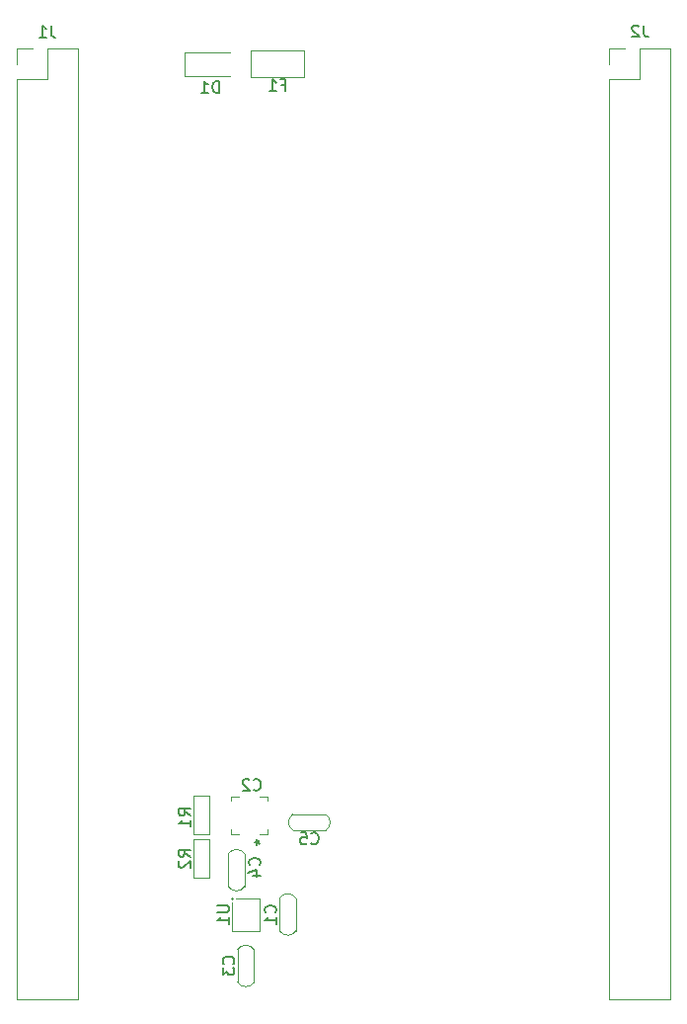
<source format=gbr>
%TF.GenerationSoftware,KiCad,Pcbnew,6.0.5-a6ca702e91~116~ubuntu20.04.1*%
%TF.CreationDate,2022-05-15T13:38:05+02:00*%
%TF.ProjectId,disco-board-pcb,64697363-6f2d-4626-9f61-72642d706362,rev?*%
%TF.SameCoordinates,Original*%
%TF.FileFunction,Legend,Bot*%
%TF.FilePolarity,Positive*%
%FSLAX46Y46*%
G04 Gerber Fmt 4.6, Leading zero omitted, Abs format (unit mm)*
G04 Created by KiCad (PCBNEW 6.0.5-a6ca702e91~116~ubuntu20.04.1) date 2022-05-15 13:38:05*
%MOMM*%
%LPD*%
G01*
G04 APERTURE LIST*
%ADD10C,0.150000*%
%ADD11C,0.120000*%
G04 APERTURE END LIST*
D10*
%TO.C,C2*%
X123066666Y-122707142D02*
X123114285Y-122754761D01*
X123257142Y-122802380D01*
X123352380Y-122802380D01*
X123495238Y-122754761D01*
X123590476Y-122659523D01*
X123638095Y-122564285D01*
X123685714Y-122373809D01*
X123685714Y-122230952D01*
X123638095Y-122040476D01*
X123590476Y-121945238D01*
X123495238Y-121850000D01*
X123352380Y-121802380D01*
X123257142Y-121802380D01*
X123114285Y-121850000D01*
X123066666Y-121897619D01*
X122685714Y-121897619D02*
X122638095Y-121850000D01*
X122542857Y-121802380D01*
X122304761Y-121802380D01*
X122209523Y-121850000D01*
X122161904Y-121897619D01*
X122114285Y-121992857D01*
X122114285Y-122088095D01*
X122161904Y-122230952D01*
X122733333Y-122802380D01*
X122114285Y-122802380D01*
X123152380Y-127200000D02*
X123390476Y-127200000D01*
X123295238Y-126961904D02*
X123390476Y-127200000D01*
X123295238Y-127438095D01*
X123580952Y-127057142D02*
X123390476Y-127200000D01*
X123580952Y-127342857D01*
%TO.C,J1*%
X105713333Y-57242380D02*
X105713333Y-57956666D01*
X105760952Y-58099523D01*
X105856190Y-58194761D01*
X105999047Y-58242380D01*
X106094285Y-58242380D01*
X104713333Y-58242380D02*
X105284761Y-58242380D01*
X104999047Y-58242380D02*
X104999047Y-57242380D01*
X105094285Y-57385238D01*
X105189523Y-57480476D01*
X105284761Y-57528095D01*
%TO.C,F1*%
X125483333Y-62328571D02*
X125816666Y-62328571D01*
X125816666Y-62852380D02*
X125816666Y-61852380D01*
X125340476Y-61852380D01*
X124435714Y-62852380D02*
X125007142Y-62852380D01*
X124721428Y-62852380D02*
X124721428Y-61852380D01*
X124816666Y-61995238D01*
X124911904Y-62090476D01*
X125007142Y-62138095D01*
%TO.C,C3*%
X121327142Y-137633333D02*
X121374761Y-137585714D01*
X121422380Y-137442857D01*
X121422380Y-137347619D01*
X121374761Y-137204761D01*
X121279523Y-137109523D01*
X121184285Y-137061904D01*
X120993809Y-137014285D01*
X120850952Y-137014285D01*
X120660476Y-137061904D01*
X120565238Y-137109523D01*
X120470000Y-137204761D01*
X120422380Y-137347619D01*
X120422380Y-137442857D01*
X120470000Y-137585714D01*
X120517619Y-137633333D01*
X120422380Y-137966666D02*
X120422380Y-138585714D01*
X120803333Y-138252380D01*
X120803333Y-138395238D01*
X120850952Y-138490476D01*
X120898571Y-138538095D01*
X120993809Y-138585714D01*
X121231904Y-138585714D01*
X121327142Y-138538095D01*
X121374761Y-138490476D01*
X121422380Y-138395238D01*
X121422380Y-138109523D01*
X121374761Y-138014285D01*
X121327142Y-137966666D01*
%TO.C,C1*%
X124927142Y-133233333D02*
X124974761Y-133185714D01*
X125022380Y-133042857D01*
X125022380Y-132947619D01*
X124974761Y-132804761D01*
X124879523Y-132709523D01*
X124784285Y-132661904D01*
X124593809Y-132614285D01*
X124450952Y-132614285D01*
X124260476Y-132661904D01*
X124165238Y-132709523D01*
X124070000Y-132804761D01*
X124022380Y-132947619D01*
X124022380Y-133042857D01*
X124070000Y-133185714D01*
X124117619Y-133233333D01*
X125022380Y-134185714D02*
X125022380Y-133614285D01*
X125022380Y-133900000D02*
X124022380Y-133900000D01*
X124165238Y-133804761D01*
X124260476Y-133709523D01*
X124308095Y-133614285D01*
%TO.C,J2*%
X156523333Y-57232380D02*
X156523333Y-57946666D01*
X156570952Y-58089523D01*
X156666190Y-58184761D01*
X156809047Y-58232380D01*
X156904285Y-58232380D01*
X156094761Y-57327619D02*
X156047142Y-57280000D01*
X155951904Y-57232380D01*
X155713809Y-57232380D01*
X155618571Y-57280000D01*
X155570952Y-57327619D01*
X155523333Y-57422857D01*
X155523333Y-57518095D01*
X155570952Y-57660952D01*
X156142380Y-58232380D01*
X155523333Y-58232380D01*
%TO.C,R1*%
X117652380Y-124933333D02*
X117176190Y-124600000D01*
X117652380Y-124361904D02*
X116652380Y-124361904D01*
X116652380Y-124742857D01*
X116700000Y-124838095D01*
X116747619Y-124885714D01*
X116842857Y-124933333D01*
X116985714Y-124933333D01*
X117080952Y-124885714D01*
X117128571Y-124838095D01*
X117176190Y-124742857D01*
X117176190Y-124361904D01*
X117652380Y-125885714D02*
X117652380Y-125314285D01*
X117652380Y-125600000D02*
X116652380Y-125600000D01*
X116795238Y-125504761D01*
X116890476Y-125409523D01*
X116938095Y-125314285D01*
%TO.C,C4*%
X123557142Y-129183333D02*
X123604761Y-129135714D01*
X123652380Y-128992857D01*
X123652380Y-128897619D01*
X123604761Y-128754761D01*
X123509523Y-128659523D01*
X123414285Y-128611904D01*
X123223809Y-128564285D01*
X123080952Y-128564285D01*
X122890476Y-128611904D01*
X122795238Y-128659523D01*
X122700000Y-128754761D01*
X122652380Y-128897619D01*
X122652380Y-128992857D01*
X122700000Y-129135714D01*
X122747619Y-129183333D01*
X122985714Y-130040476D02*
X123652380Y-130040476D01*
X122604761Y-129802380D02*
X123319047Y-129564285D01*
X123319047Y-130183333D01*
%TO.C,U1*%
X119952380Y-132638095D02*
X120761904Y-132638095D01*
X120857142Y-132685714D01*
X120904761Y-132733333D01*
X120952380Y-132828571D01*
X120952380Y-133019047D01*
X120904761Y-133114285D01*
X120857142Y-133161904D01*
X120761904Y-133209523D01*
X119952380Y-133209523D01*
X120952380Y-134209523D02*
X120952380Y-133638095D01*
X120952380Y-133923809D02*
X119952380Y-133923809D01*
X120095238Y-133828571D01*
X120190476Y-133733333D01*
X120238095Y-133638095D01*
%TO.C,C5*%
X128016666Y-127287142D02*
X128064285Y-127334761D01*
X128207142Y-127382380D01*
X128302380Y-127382380D01*
X128445238Y-127334761D01*
X128540476Y-127239523D01*
X128588095Y-127144285D01*
X128635714Y-126953809D01*
X128635714Y-126810952D01*
X128588095Y-126620476D01*
X128540476Y-126525238D01*
X128445238Y-126430000D01*
X128302380Y-126382380D01*
X128207142Y-126382380D01*
X128064285Y-126430000D01*
X128016666Y-126477619D01*
X127111904Y-126382380D02*
X127588095Y-126382380D01*
X127635714Y-126858571D01*
X127588095Y-126810952D01*
X127492857Y-126763333D01*
X127254761Y-126763333D01*
X127159523Y-126810952D01*
X127111904Y-126858571D01*
X127064285Y-126953809D01*
X127064285Y-127191904D01*
X127111904Y-127287142D01*
X127159523Y-127334761D01*
X127254761Y-127382380D01*
X127492857Y-127382380D01*
X127588095Y-127334761D01*
X127635714Y-127287142D01*
%TO.C,R2*%
X117622380Y-128433333D02*
X117146190Y-128100000D01*
X117622380Y-127861904D02*
X116622380Y-127861904D01*
X116622380Y-128242857D01*
X116670000Y-128338095D01*
X116717619Y-128385714D01*
X116812857Y-128433333D01*
X116955714Y-128433333D01*
X117050952Y-128385714D01*
X117098571Y-128338095D01*
X117146190Y-128242857D01*
X117146190Y-127861904D01*
X116717619Y-128814285D02*
X116670000Y-128861904D01*
X116622380Y-128957142D01*
X116622380Y-129195238D01*
X116670000Y-129290476D01*
X116717619Y-129338095D01*
X116812857Y-129385714D01*
X116908095Y-129385714D01*
X117050952Y-129338095D01*
X117622380Y-128766666D01*
X117622380Y-129385714D01*
%TO.C,D1*%
X120100499Y-63002380D02*
X120100499Y-62002380D01*
X119862404Y-62002380D01*
X119719546Y-62050000D01*
X119624308Y-62145238D01*
X119576689Y-62240476D01*
X119529070Y-62430952D01*
X119529070Y-62573809D01*
X119576689Y-62764285D01*
X119624308Y-62859523D01*
X119719546Y-62954761D01*
X119862404Y-63002380D01*
X120100499Y-63002380D01*
X118576689Y-63002380D02*
X119148118Y-63002380D01*
X118862404Y-63002380D02*
X118862404Y-62002380D01*
X118957642Y-62145238D01*
X119052880Y-62240476D01*
X119148118Y-62288095D01*
D11*
%TO.C,C2*%
X124300200Y-123299800D02*
X124300200Y-123674402D01*
X121099800Y-123674402D02*
X121099800Y-123299800D01*
X124300200Y-126125598D02*
X124300200Y-126500200D01*
X121099800Y-126500200D02*
X121099800Y-126125598D01*
X121099800Y-123299800D02*
X121795403Y-123299800D01*
X121795403Y-126500200D02*
X121099800Y-126500200D01*
X123604597Y-123299800D02*
X124300200Y-123299800D01*
X124300200Y-126500200D02*
X123604597Y-126500200D01*
%TO.C,J1*%
X107980000Y-140630000D02*
X102780000Y-140630000D01*
X105380000Y-59230000D02*
X105380000Y-61830000D01*
X105380000Y-61830000D02*
X102780000Y-61830000D01*
X104110000Y-59230000D02*
X102780000Y-59230000D01*
X107980000Y-59230000D02*
X107980000Y-140630000D01*
X102780000Y-59230000D02*
X102780000Y-60560000D01*
X102780000Y-61830000D02*
X102780000Y-140630000D01*
X107980000Y-59230000D02*
X105380000Y-59230000D01*
%TO.C,F1*%
X127397904Y-59350500D02*
X122825904Y-59350500D01*
X122825904Y-59350500D02*
X122825904Y-61636500D01*
X127397904Y-61636500D02*
X127397904Y-59350500D01*
X122825904Y-61636500D02*
X127397904Y-61636500D01*
%TO.C,C3*%
X123098501Y-136403000D02*
X123098500Y-139197000D01*
X121701501Y-139196999D02*
X121701502Y-136402999D01*
X123098501Y-136403000D02*
G75*
G03*
X121701502Y-136402999I-698500J-444499D01*
G01*
X121701500Y-139197000D02*
G75*
G03*
X123098500Y-139197000I698500J444500D01*
G01*
%TO.C,C1*%
X126698501Y-132003000D02*
X126698500Y-134797000D01*
X125301501Y-134796999D02*
X125301502Y-132002999D01*
X125301500Y-134797000D02*
G75*
G03*
X126698500Y-134797000I698500J444500D01*
G01*
X126698501Y-132003000D02*
G75*
G03*
X125301502Y-132002999I-698500J-444499D01*
G01*
%TO.C,J2*%
X158790000Y-59220000D02*
X158790000Y-140620000D01*
X154920000Y-59220000D02*
X153590000Y-59220000D01*
X158790000Y-59220000D02*
X156190000Y-59220000D01*
X156190000Y-61820000D02*
X153590000Y-61820000D01*
X153590000Y-61820000D02*
X153590000Y-140620000D01*
X158790000Y-140620000D02*
X153590000Y-140620000D01*
X156190000Y-59220000D02*
X156190000Y-61820000D01*
X153590000Y-59220000D02*
X153590000Y-60550000D01*
%TO.C,R1*%
X117901500Y-126551000D02*
X117901500Y-123249000D01*
X119298500Y-123249000D02*
X119298500Y-126551000D01*
X119298500Y-126551000D02*
X117901500Y-126551000D01*
X117901500Y-123249000D02*
X119298500Y-123249000D01*
%TO.C,C4*%
X120901499Y-130997000D02*
X120901500Y-128203000D01*
X122298499Y-128203001D02*
X122298498Y-130997001D01*
X120901499Y-130997000D02*
G75*
G03*
X122298498Y-130997001I698500J444499D01*
G01*
X122298500Y-128203000D02*
G75*
G03*
X120901500Y-128203000I-698500J-444500D01*
G01*
%TO.C,U1*%
X123606500Y-132003000D02*
X121574500Y-132003000D01*
X121193500Y-134797000D02*
X123606500Y-134797000D01*
X121193500Y-132384000D02*
X121193500Y-134733500D01*
X123606500Y-134797000D02*
X123606500Y-132003000D01*
D10*
X121320500Y-132066500D02*
G75*
G03*
X121320500Y-132066500I-63500J0D01*
G01*
D11*
%TO.C,C5*%
X129246999Y-126198499D02*
X126452999Y-126198498D01*
X126453000Y-124801499D02*
X129247000Y-124801500D01*
X126453000Y-124801499D02*
G75*
G03*
X126452999Y-126198498I444499J-698500D01*
G01*
X129247000Y-126198500D02*
G75*
G03*
X129247000Y-124801500I-444500J698500D01*
G01*
%TO.C,R2*%
X117901500Y-130251000D02*
X117901500Y-126949000D01*
X119298500Y-126949000D02*
X119298500Y-130251000D01*
X119298500Y-130251000D02*
X117901500Y-130251000D01*
X117901500Y-126949000D02*
X119298500Y-126949000D01*
%TO.C,D1*%
X117112404Y-61550000D02*
X121012404Y-61550000D01*
X117112404Y-61550000D02*
X117112404Y-59550000D01*
X117112404Y-59550000D02*
X121012404Y-59550000D01*
%TD*%
M02*

</source>
